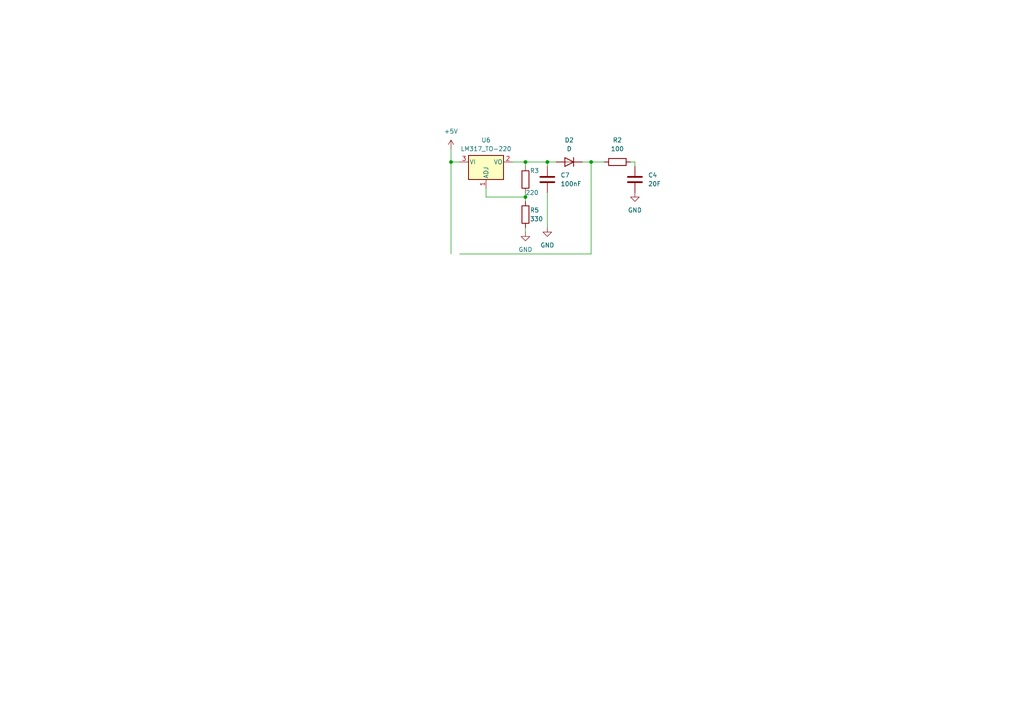
<source format=kicad_sch>
(kicad_sch (version 20230121) (generator eeschema)
  (paper "A4")
  (lib_symbols
    (symbol "Device:C" (pin_numbers hide) (pin_names (offset 0.254))
      (property "Reference" "C" (at 0.635 2.54 0))
      (property "Value" "C" (at 0.635 -2.54 0))
      (symbol "C_0_1"
        (polyline (pts (xy -2.032 -0.762) (xy 2.032 -0.762)) (stroke (width 0.508)))
        (polyline (pts (xy -2.032 0.762) (xy 2.032 0.762)) (stroke (width 0.508)))
      )
      (symbol "C_1_1"
        (pin passive line (at 0 3.81 270) (length 2.794) (name "~") (number "1"))
        (pin passive line (at 0 -3.81 90) (length 2.794) (name "~") (number "2"))
      )
    )
    (symbol "Device:D" (pin_numbers hide) (pin_names (offset 1.016) hide)
      (property "Reference" "D" (at 0 2.54 0))
      (property "Value" "D" (at 0 -2.54 0))
      (symbol "D_0_1"
        (polyline (pts (xy -1.27 1.27) (xy -1.27 -1.27)) (stroke (width 0.254)))
        (polyline (pts (xy 1.27 0) (xy -1.27 0)))
        (polyline (pts (xy 1.27 1.27) (xy 1.27 -1.27) (xy -1.27 0) (xy 1.27 1.27)) (stroke (width 0.254)))
      )
      (symbol "D_1_1"
        (pin passive line (at -3.81 0 0) (length 2.54) (name "K") (number "1"))
        (pin passive line (at 3.81 0 180) (length 2.54) (name "A") (number "2"))
      )
    )
    (symbol "Device:R" (pin_numbers hide) (pin_names (offset 0))
      (property "Reference" "R" (at 2.032 0 90))
      (property "Value" "R" (at 0 0 90))
      (symbol "R_0_1"
        (rectangle (start -1.016 -2.54) (end 1.016 2.54) (stroke (width 0.254)))
      )
      (symbol "R_1_1"
        (pin passive line (at 0 3.81 270) (length 1.27) (name "~") (number "1"))
        (pin passive line (at 0 -3.81 90) (length 1.27) (name "~") (number "2"))
      )
    )
    (symbol "Regulator_Linear:LM317_TO-220" (pin_names (offset 0.254))
      (property "Reference" "U" (at -3.81 3.175 0))
      (property "Value" "LM317_TO-220" (at 0 3.175 0))
      (symbol "LM317_TO-220_0_1"
        (rectangle (start -5.08 1.905) (end 5.08 -5.08) (stroke (width 0.254)) (fill (type background)))
      )
      (symbol "LM317_TO-220_1_1"
        (pin input line (at 0 -7.62 90) (length 2.54) (name "ADJ") (number "1"))
        (pin power_out line (at 7.62 0 180) (length 2.54) (name "VO") (number "2"))
        (pin power_in line (at -7.62 0 0) (length 2.54) (name "VI") (number "3"))
      )
    )
    (symbol "power:+5V" (power) (pin_names (offset 0))
      (property "Value" "+5V" (at 0 3.556 0))
      (symbol "+5V_0_1"
        (polyline (pts (xy -0.762 1.27) (xy 0 2.54)))
        (polyline (pts (xy 0 0) (xy 0 2.54)))
        (polyline (pts (xy 0 2.54) (xy 0.762 1.27)))
      )
      (symbol "+5V_1_1"
        (pin power_in line (at 0 0 90) (length 0) hide (name "+5V") (number "1"))
      )
    )
    (symbol "power:GND" (power) (pin_names (offset 0))
      (property "Value" "GND" (at 0 -3.81 0))
      (symbol "GND_0_1"
        (polyline (pts (xy 0 0) (xy 0 -1.27) (xy 1.27 -1.27) (xy 0 -2.54) (xy -1.27 -1.27) (xy 0 -1.27)))
      )
      (symbol "GND_1_1"
        (pin power_in line (at 0 0 270) (length 0) hide (name "GND") (number "1"))
      )
    )
  )
  (junction (at 152.4 57.15))
  (junction (at 158.75 46.99))
  (junction (at 152.4 46.99))
  (junction (at 171.45 46.99))
  (junction (at 130.81 46.99))
  (wire (pts (xy 148.59 46.99) (xy 152.4 46.99)))
  (wire (pts (xy 152.4 66.04) (xy 152.4 67.31)))
  (wire (pts (xy 152.4 55.88) (xy 152.4 57.15)))
  (wire (pts (xy 168.91 46.99) (xy 171.45 46.99)))
  (wire (pts (xy 130.81 46.99) (xy 130.81 73.66)))
  (wire (pts (xy 171.45 46.99) (xy 171.45 73.66)))
  (wire (pts (xy 158.75 46.99) (xy 158.75 48.26)))
  (wire (pts (xy 152.4 46.99) (xy 152.4 48.26)))
  (wire (pts (xy 140.97 57.15) (xy 152.4 57.15)))
  (wire (pts (xy 130.81 46.99) (xy 133.35 46.99)))
  (wire (pts (xy 130.81 43.18) (xy 130.81 46.99)))
  (wire (pts (xy 171.45 46.99) (xy 175.26 46.99)))
  (wire (pts (xy 158.75 66.04) (xy 158.75 55.88)))
  (wire (pts (xy 158.75 46.99) (xy 161.29 46.99)))
  (wire (pts (xy 133.35 73.66) (xy 171.45 73.66)))
  (wire (pts (xy 184.15 46.99) (xy 184.15 48.26)))
  (wire (pts (xy 152.4 57.15) (xy 152.4 58.42)))
  (wire (pts (xy 182.88 46.99) (xy 184.15 46.99)))
  (wire (pts (xy 152.4 46.99) (xy 158.75 46.99)))
  (wire (pts (xy 140.97 54.61) (xy 140.97 57.15)))
  (symbol (lib_id "power:GND") (at 158.75 66.04 0) (unit 1)
    (property "Reference" "#PWR026" (effects hide))
    (property "Value" "GND" (at 158.75 71.12 0))
  )
  (symbol (lib_id "Device:R") (at 179.07 46.99 90) (unit 1)
    (property "Reference" "R2" (at 179.07 40.64 90))
    (property "Value" "100" (at 179.07 43.18 90))
    (property "Footprint" "Resistor_THT:R_Axial_DIN0204_L3.6mm_D1.6mm_P5.08mm_Horizontal" (effects hide))
  )
  (symbol (lib_id "Regulator_Linear:LM317_TO-220") (at 140.97 46.99 0) (unit 1)
    (property "Reference" "U6" (at 140.97 40.64 0))
    (property "Value" "LM317_TO-220" (at 140.97 43.18 0))
    (property "Footprint" "Package_TO_SOT_THT:TO-220-3_Vertical" (effects hide))
    (property "Datasheet" "http://www.ti.com/lit/ds/symlink/lm317.pdf" (effects hide))
  )
  (symbol (lib_id "power:GND") (at 184.15 55.88 0) (unit 1)
    (property "Reference" "#PWR023" (effects hide))
    (property "Value" "GND" (at 184.15 60.96 0))
  )
  (symbol (lib_id "Device:C") (at 158.75 52.07 0) (unit 1)
    (property "Reference" "C7" (at 162.56 50.8 0) (effects (justify left)))
    (property "Value" "100nF" (at 162.56 53.34 0) (effects (justify left)))
    (property "Footprint" "Capacitor_THT:C_Rect_L7.0mm_W2.0mm_P5.00mm" (effects hide))
  )
  (symbol (lib_id "power:+5V") (at 130.81 43.18 0) (unit 1)
    (property "Reference" "#PWR024" (effects hide))
    (property "Value" "+5V" (at 130.81 38.1 0))
  )
  (symbol (lib_id "Device:R") (at 152.4 62.23 0) (unit 1)
    (property "Reference" "R5" (at 153.67 60.96 0) (effects (justify left)))
    (property "Value" "330" (at 153.67 63.5 0) (effects (justify left)))
    (property "Footprint" "Resistor_THT:R_Axial_DIN0204_L3.6mm_D1.6mm_P5.08mm_Horizontal" (effects hide))
  )
  (symbol (lib_id "power:GND") (at 152.4 67.31 0) (unit 1)
    (property "Reference" "#PWR027" (effects hide))
    (property "Value" "GND" (at 152.4 72.39 0))
  )
  (symbol (lib_id "Device:D") (at 165.1 46.99 180) (unit 1)
    (property "Reference" "D2" (at 165.1 40.64 0))
    (property "Value" "D" (at 165.1 43.18 0))
    (property "Footprint" "Diode_THT:D_DO-41_SOD81_P7.62mm_Horizontal" (effects hide))
    (property "Sim.Device" "D" (effects hide))
    (property "Sim.Pins" "1=K 2=A" (effects hide))
  )
  (symbol (lib_id "Device:C") (at 184.15 52.07 0) (unit 1)
    (property "Reference" "C4" (at 187.96 50.8 0) (effects (justify left)))
    (property "Value" "20F" (at 187.96 53.34 0) (effects (justify left)))
    (property "Footprint" "Capacitor_THT:C_Radial_D10.0mm_H20.0mm_P5.00mm" (effects hide))
  )
  (symbol (lib_id "Device:R") (at 152.4 52.07 0) (unit 1)
    (property "Reference" "R3" (at 153.67 49.53 0) (effects (justify left)))
    (property "Value" "220" (at 152.4 55.88 0) (effects (justify left)))
    (property "Footprint" "Resistor_THT:R_Axial_DIN0204_L3.6mm_D1.6mm_P5.08mm_Horizontal" (effects hide))
  )
)
</source>
